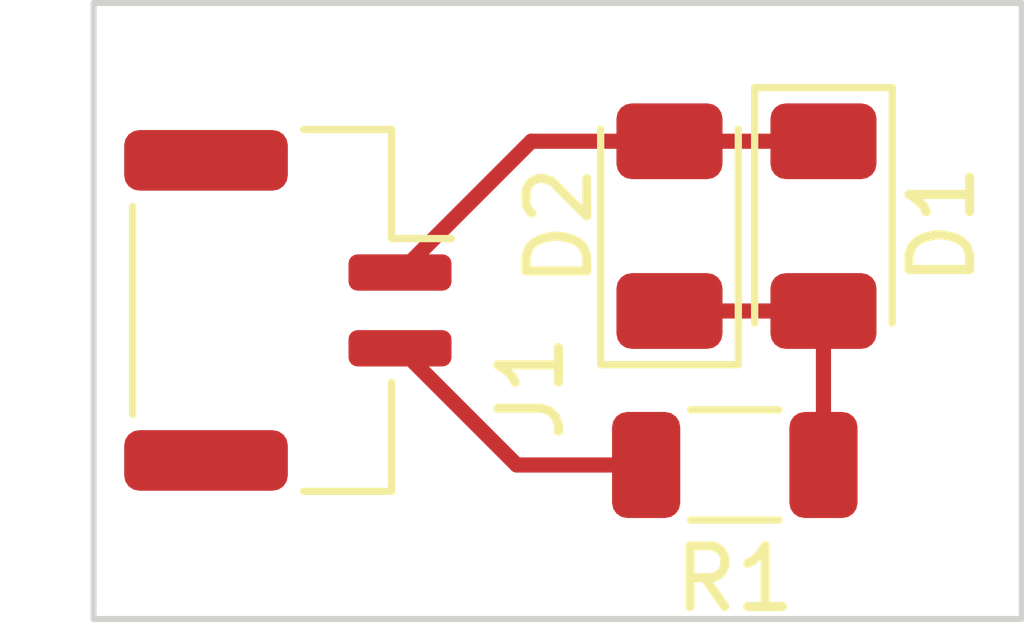
<source format=kicad_pcb>
(kicad_pcb (version 20221018) (generator pcbnew)
  (layers (0 "F.Cu" signal) (31 "B.Cu" signal) (34 "B.Paste" user) (35 "F.Paste" user) (36 "B.SilkS" user "B.Silkscreen") (37 "F.SilkS" user "F.Silkscreen") (38 "B.Mask" user) (39 "F.Mask" user) (44 "Edge.Cuts" user))
  (net 0 "")
  (net 1 "Net-(D1-K)")
  (net 2 "Net-(D1-A)")
  (net 3 "Net-(J1-Pin_2)")
  (footprint "LED_SMD:LED_1206_3216Metric" (layer "F.Cu") (at 160.02 49.4 -90)
    (fp_text reference "D1" (at -0.0224 -1.9558 -90) (layer "F.SilkS"))
    (fp_text value "LED")
    (fp_line (start -2.285 -1.135) (end -2.285 1.135) (stroke (width 0.12)) (layer "F.SilkS"))
    (fp_line (start -2.285 1.135) (end 1.6 1.135) (stroke (width 0.12)) (layer "F.SilkS"))
    (fp_line (start 1.6 -1.135) (end -2.285 -1.135) (stroke (width 0.12)) (layer "F.SilkS"))
    (pad "1" smd roundrect (at -1.4 0 270) (size 1.25 1.75) (layers "F.Cu" "F.Paste" "F.Mask") (roundrect_rratio 0.2) (net 1 "Net-(D1-K)"))
    (pad "2" smd roundrect (at 1.4 0 270) (size 1.25 1.75) (layers "F.Cu" "F.Paste" "F.Mask") (roundrect_rratio 0.2) (net 2 "Net-(D1-A)"))
  )
  (footprint "Resistor_SMD:R_1206_3216Metric" (layer "F.Cu") (at 158.5575 53.34 180)
    (fp_text reference "R1" (at 0 -1.8796 180) (layer "F.SilkS"))
    (fp_text value "R150")
    (fp_line (start -0.727064 -0.91) (end 0.727064 -0.91) (stroke (width 0.12)) (layer "F.SilkS"))
    (fp_line (start -0.727064 0.91) (end 0.727064 0.91) (stroke (width 0.12)) (layer "F.SilkS"))
    (pad "1" smd roundrect (at -1.4625 0 180) (size 1.125 1.75) (layers "F.Cu" "F.Paste" "F.Mask") (roundrect_rratio 0.2222222222) (net 2 "Net-(D1-A)"))
    (pad "2" smd roundrect (at 1.4625 0 180) (size 1.125 1.75) (layers "F.Cu" "F.Paste" "F.Mask") (roundrect_rratio 0.2222222222) (net 3 "Net-(J1-Pin_2)"))
  )
  (footprint "Connector_JST:JST_GH_SM02B-GHS-TB_1x02-1MP_P1.25mm_Horizontal" (layer "F.Cu") (at 151.185 50.79 -90)
    (fp_text reference "J1" (at 1.28 -4.009 -90) (layer "F.SilkS"))
    (fp_text value "Conn_01x02")
    (fp_line (start -2.985 -1.71) (end -1.185 -1.71) (stroke (width 0.12)) (layer "F.SilkS"))
    (fp_line (start -2.985 -0.26) (end -2.985 -1.71) (stroke (width 0.12)) (layer "F.SilkS"))
    (fp_line (start -1.715 2.56) (end 1.715 2.56) (stroke (width 0.12)) (layer "F.SilkS"))
    (fp_line (start -1.185 -1.71) (end -1.185 -2.7) (stroke (width 0.12)) (layer "F.SilkS"))
    (fp_line (start 2.985 -1.71) (end 1.185 -1.71) (stroke (width 0.12)) (layer "F.SilkS"))
    (fp_line (start 2.985 -0.26) (end 2.985 -1.71) (stroke (width 0.12)) (layer "F.SilkS"))
    (pad "1" smd roundrect (at -0.625 -1.85 270) (size 0.6 1.7) (layers "F.Cu" "F.Paste" "F.Mask") (net 1 "Net-(D1-K)"))
    (pad "2" smd roundrect (at 0.625 -1.85 270) (size 0.6 1.7) (layers "F.Cu" "F.Paste" "F.Mask") (net 3 "Net-(J1-Pin_2)"))
    (pad "MP" smd roundrect (at -2.475 1.35 270) (size 1 2.7) (layers "F.Cu" "F.Paste" "F.Mask"))
    (pad "MP" smd roundrect (at 2.475 1.35 270) (size 1 2.7) (layers "F.Cu" "F.Paste" "F.Mask"))
  )
  (footprint "LED_SMD:LED_1206_3216Metric" (layer "F.Cu") (at 157.48 49.4 90)
    (fp_text reference "D2" (at 0 -1.82 90) (layer "F.SilkS"))
    (fp_text value "LED")
    (fp_line (start -2.285 -1.135) (end -2.285 1.135) (stroke (width 0.12)) (layer "F.SilkS"))
    (fp_line (start -2.285 1.135) (end 1.6 1.135) (stroke (width 0.12)) (layer "F.SilkS"))
    (fp_line (start 1.6 -1.135) (end -2.285 -1.135) (stroke (width 0.12)) (layer "F.SilkS"))
    (pad "1" smd roundrect (at -1.4 0 90) (size 1.25 1.75) (layers "F.Cu" "F.Paste" "F.Mask") (roundrect_rratio 0.2) (net 2 "Net-(D1-A)"))
    (pad "2" smd roundrect (at 1.4 0 90) (size 1.25 1.75) (layers "F.Cu" "F.Paste" "F.Mask") (roundrect_rratio 0.2) (net 1 "Net-(D1-K)"))
  )
  (gr_rect (start 147.9804 45.72) (end 163.2904 55.88) (stroke (width 0.1)) (fill none) (layer "Edge.Cuts"))
  (segment (start 156.9974 48.006) (end 157.474 48.006) (width 0.25) (layer "F.Cu") (net 1))
  (segment (start 157.48 48) (end 160.02 48) (width 0.25) (layer "F.Cu") (net 1))
  (segment (start 155.2 48) (end 153.035 50.165) (width 0.25) (layer "F.Cu") (net 1))
  (segment (start 157.48 48) (end 155.2 48) (width 0.25) (layer "F.Cu") (net 1))
  (segment (start 160.02 53.34) (end 160.02 50.8) (width 0.25) (layer "F.Cu") (net 2))
  (segment (start 160.02 50.8) (end 157.48 50.8) (width 0.25) (layer "F.Cu") (net 2))
  (segment (start 154.96 53.34) (end 153.035 51.415) (width 0.25) (layer "F.Cu") (net 3))
  (segment (start 157.095 53.34) (end 154.96 53.34) (width 0.25) (layer "F.Cu") (net 3))
  (segment (start 156.8938 53.34) (end 157.095 53.34) (width 0.25) (layer "F.Cu") (net 3))
)
</source>
